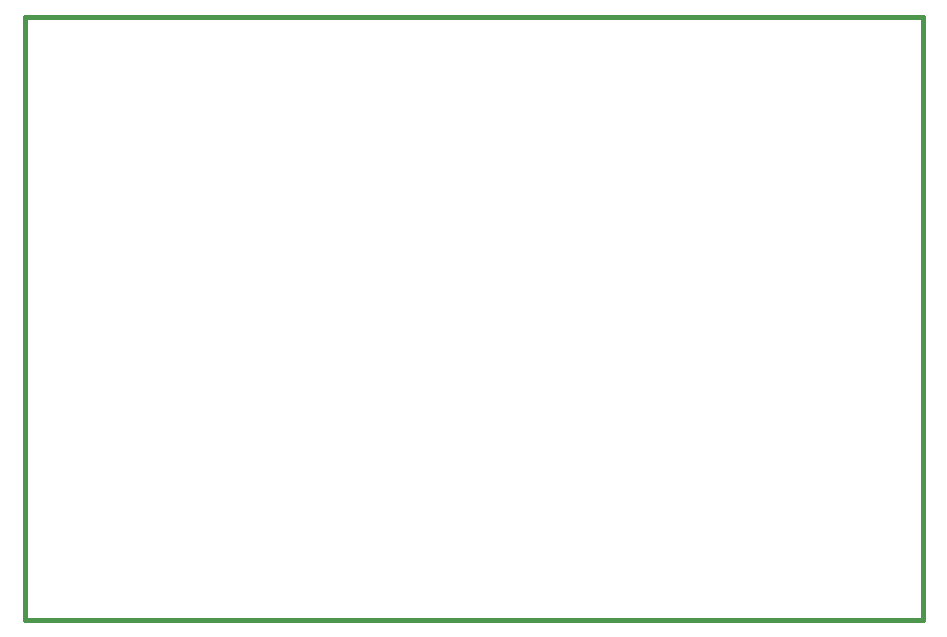
<source format=gm1>
G04 #@! TF.FileFunction,Profile,NP*
%FSLAX46Y46*%
G04 Gerber Fmt 4.6, Leading zero omitted, Abs format (unit mm)*
G04 Created by KiCad (PCBNEW 4.0.1-stable) date 2017-04-12 12:46:02 PM*
%MOMM*%
G01*
G04 APERTURE LIST*
%ADD10C,0.150000*%
%ADD11C,0.381000*%
G04 APERTURE END LIST*
D10*
D11*
X114203100Y-35466400D02*
X38196900Y-35466400D01*
X114203100Y-86453600D02*
X114203100Y-35466400D01*
X38196900Y-86453600D02*
X114203100Y-86453600D01*
X38196900Y-35466400D02*
X38196900Y-86453600D01*
M02*

</source>
